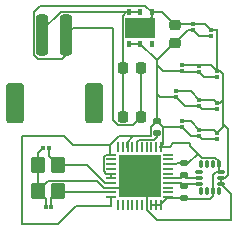
<source format=gbr>
%TF.GenerationSoftware,KiCad,Pcbnew,9.0.4*%
%TF.CreationDate,2025-09-06T18:01:58-07:00*%
%TF.ProjectId,Putting_Device,50757474-696e-4675-9f44-65766963652e,rev?*%
%TF.SameCoordinates,Original*%
%TF.FileFunction,Copper,L1,Top*%
%TF.FilePolarity,Positive*%
%FSLAX46Y46*%
G04 Gerber Fmt 4.6, Leading zero omitted, Abs format (unit mm)*
G04 Created by KiCad (PCBNEW 9.0.4) date 2025-09-06 18:01:58*
%MOMM*%
%LPD*%
G01*
G04 APERTURE LIST*
G04 Aperture macros list*
%AMRoundRect*
0 Rectangle with rounded corners*
0 $1 Rounding radius*
0 $2 $3 $4 $5 $6 $7 $8 $9 X,Y pos of 4 corners*
0 Add a 4 corners polygon primitive as box body*
4,1,4,$2,$3,$4,$5,$6,$7,$8,$9,$2,$3,0*
0 Add four circle primitives for the rounded corners*
1,1,$1+$1,$2,$3*
1,1,$1+$1,$4,$5*
1,1,$1+$1,$6,$7*
1,1,$1+$1,$8,$9*
0 Add four rect primitives between the rounded corners*
20,1,$1+$1,$2,$3,$4,$5,0*
20,1,$1+$1,$4,$5,$6,$7,0*
20,1,$1+$1,$6,$7,$8,$9,0*
20,1,$1+$1,$8,$9,$2,$3,0*%
G04 Aperture macros list end*
%TA.AperFunction,SMDPad,CuDef*%
%ADD10RoundRect,0.075000X0.125000X0.075000X-0.125000X0.075000X-0.125000X-0.075000X0.125000X-0.075000X0*%
%TD*%
%TA.AperFunction,SMDPad,CuDef*%
%ADD11RoundRect,0.075000X0.075000X-0.125000X0.075000X0.125000X-0.075000X0.125000X-0.075000X-0.125000X0*%
%TD*%
%TA.AperFunction,SMDPad,CuDef*%
%ADD12RoundRect,0.075000X-0.075000X0.125000X-0.075000X-0.125000X0.075000X-0.125000X0.075000X0.125000X0*%
%TD*%
%TA.AperFunction,SMDPad,CuDef*%
%ADD13RoundRect,0.075000X-0.125000X-0.075000X0.125000X-0.075000X0.125000X0.075000X-0.125000X0.075000X0*%
%TD*%
%TA.AperFunction,SMDPad,CuDef*%
%ADD14RoundRect,0.135000X0.185000X-0.135000X0.185000X0.135000X-0.185000X0.135000X-0.185000X-0.135000X0*%
%TD*%
%TA.AperFunction,SMDPad,CuDef*%
%ADD15RoundRect,0.087500X0.087500X-0.225000X0.087500X0.225000X-0.087500X0.225000X-0.087500X-0.225000X0*%
%TD*%
%TA.AperFunction,SMDPad,CuDef*%
%ADD16RoundRect,0.087500X0.225000X-0.087500X0.225000X0.087500X-0.225000X0.087500X-0.225000X-0.087500X0*%
%TD*%
%TA.AperFunction,SMDPad,CuDef*%
%ADD17RoundRect,0.225000X0.225000X0.250000X-0.225000X0.250000X-0.225000X-0.250000X0.225000X-0.250000X0*%
%TD*%
%TA.AperFunction,SMDPad,CuDef*%
%ADD18RoundRect,0.062500X0.350000X0.062500X-0.350000X0.062500X-0.350000X-0.062500X0.350000X-0.062500X0*%
%TD*%
%TA.AperFunction,SMDPad,CuDef*%
%ADD19RoundRect,0.062500X0.062500X0.350000X-0.062500X0.350000X-0.062500X-0.350000X0.062500X-0.350000X0*%
%TD*%
%TA.AperFunction,HeatsinkPad*%
%ADD20R,3.600000X3.600000*%
%TD*%
%TA.AperFunction,SMDPad,CuDef*%
%ADD21RoundRect,0.135000X-0.185000X0.135000X-0.185000X-0.135000X0.185000X-0.135000X0.185000X0.135000X0*%
%TD*%
%TA.AperFunction,SMDPad,CuDef*%
%ADD22RoundRect,0.225000X-0.250000X0.225000X-0.250000X-0.225000X0.250000X-0.225000X0.250000X0.225000X0*%
%TD*%
%TA.AperFunction,SMDPad,CuDef*%
%ADD23R,0.450000X0.630000*%
%TD*%
%TA.AperFunction,SMDPad,CuDef*%
%ADD24R,2.600000X1.700000*%
%TD*%
%TA.AperFunction,SMDPad,CuDef*%
%ADD25RoundRect,0.250000X-0.250000X-1.500000X0.250000X-1.500000X0.250000X1.500000X-0.250000X1.500000X0*%
%TD*%
%TA.AperFunction,SMDPad,CuDef*%
%ADD26RoundRect,0.250001X-0.499999X-1.449999X0.499999X-1.449999X0.499999X1.449999X-0.499999X1.449999X0*%
%TD*%
%TA.AperFunction,SMDPad,CuDef*%
%ADD27RoundRect,0.250000X0.350000X-0.450000X0.350000X0.450000X-0.350000X0.450000X-0.350000X-0.450000X0*%
%TD*%
%TA.AperFunction,Conductor*%
%ADD28C,0.200000*%
%TD*%
G04 APERTURE END LIST*
D10*
%TO.P,C2,2*%
%TO.N,GND*%
X130275000Y-73841310D03*
%TO.P,C2,1*%
%TO.N,Net-(U1-XC2)*%
X130775000Y-73841310D03*
%TD*%
D11*
%TO.P,C11,2*%
%TO.N,GND*%
X144800000Y-62366310D03*
%TO.P,C11,1*%
%TO.N,Net-(U1-DCC)*%
X144800000Y-62866310D03*
%TD*%
%TO.P,C16,2*%
%TO.N,GND*%
X144800000Y-67591310D03*
%TO.P,C16,1*%
%TO.N,Net-(U1-DCC)*%
X144800000Y-68091310D03*
%TD*%
%TO.P,C15,2*%
%TO.N,GND*%
X144300000Y-58866310D03*
%TO.P,C15,1*%
%TO.N,Net-(U1-DCC)*%
X144300000Y-59366310D03*
%TD*%
%TO.P,C14,2*%
%TO.N,GND*%
X142800000Y-58366310D03*
%TO.P,C14,1*%
%TO.N,Net-(U1-DCC)*%
X142800000Y-58866310D03*
%TD*%
%TO.P,C12,2*%
%TO.N,GND*%
X143250000Y-61916310D03*
%TO.P,C12,1*%
%TO.N,Net-(U1-DCC)*%
X143250000Y-62416310D03*
%TD*%
%TO.P,C7,2*%
%TO.N,GND*%
X141800000Y-66591310D03*
%TO.P,C7,1*%
%TO.N,Net-(U1-DCC)*%
X141800000Y-67091310D03*
%TD*%
D12*
%TO.P,C10,2*%
%TO.N,Net-(U1-DCC)*%
X141300000Y-64591310D03*
%TO.P,C10,1*%
%TO.N,GND*%
X141300000Y-64091310D03*
%TD*%
%TO.P,C6,2*%
%TO.N,Net-(U1-DCC)*%
X143300000Y-67841310D03*
%TO.P,C6,1*%
%TO.N,GND*%
X143300000Y-67341310D03*
%TD*%
D11*
%TO.P,C13,2*%
%TO.N,GND*%
X141800000Y-61866310D03*
%TO.P,C13,1*%
%TO.N,Net-(U1-DCC)*%
X141800000Y-62366310D03*
%TD*%
D13*
%TO.P,C1,2*%
%TO.N,Net-(U1-XC1)*%
X130550000Y-68841310D03*
%TO.P,C1,1*%
%TO.N,GND*%
X130050000Y-68841310D03*
%TD*%
D11*
%TO.P,C9,2*%
%TO.N,GND*%
X143300000Y-64841310D03*
%TO.P,C9,1*%
%TO.N,Net-(U1-DCC)*%
X143300000Y-65341310D03*
%TD*%
D12*
%TO.P,C8,2*%
%TO.N,Net-(U1-DCC)*%
X144800000Y-65591310D03*
%TO.P,C8,1*%
%TO.N,GND*%
X144800000Y-65091310D03*
%TD*%
D14*
%TO.P,R3,1*%
%TO.N,Net-(U1-DCC)*%
X142012500Y-73151310D03*
%TO.P,R3,2*%
%TO.N,Net-(U1-AIN2{slash}P0.04)*%
X142012500Y-72131310D03*
%TD*%
D15*
%TO.P,U2,1,SDO/SA0*%
%TO.N,unconnected-(U2-SDO{slash}SA0-Pad1)*%
X143450000Y-72553810D03*
%TO.P,U2,2,SDX*%
%TO.N,unconnected-(U2-SDX-Pad2)*%
X143950000Y-72553810D03*
%TO.P,U2,3,SCX*%
%TO.N,Net-(U1-DCC)*%
X144450000Y-72553810D03*
%TO.P,U2,4,INT1*%
%TO.N,unconnected-(U2-INT1-Pad4)*%
X144950000Y-72553810D03*
D16*
%TO.P,U2,5,VDDIO*%
%TO.N,GND*%
X145112500Y-71891310D03*
%TO.P,U2,6,GND*%
X145112500Y-71391310D03*
%TO.P,U2,7,GND*%
%TO.N,Net-(U1-DCC)*%
X145112500Y-70891310D03*
D15*
%TO.P,U2,8,VDD*%
X144950000Y-70228810D03*
%TO.P,U2,9,INT2*%
%TO.N,unconnected-(U2-INT2-Pad9)*%
X144450000Y-70228810D03*
%TO.P,U2,10,NC*%
%TO.N,unconnected-(U2-NC-Pad10)*%
X143950000Y-70228810D03*
%TO.P,U2,11,NC*%
%TO.N,unconnected-(U2-NC-Pad11)*%
X143450000Y-70228810D03*
D16*
%TO.P,U2,12,CS*%
%TO.N,N/C*%
X143287500Y-70891310D03*
%TO.P,U2,13,SCL*%
%TO.N,Net-(U1-AIN3{slash}P0.05)*%
X143287500Y-71391310D03*
%TO.P,U2,14,SDA*%
%TO.N,Net-(U1-AIN2{slash}P0.04)*%
X143287500Y-71891310D03*
%TD*%
D17*
%TO.P,C4,1*%
%TO.N,GND*%
X138375000Y-66241310D03*
%TO.P,C4,2*%
%TO.N,Net-(BT1-+)*%
X136825000Y-66241310D03*
%TD*%
D18*
%TO.P,U1,1,DEC1*%
%TO.N,Net-(U1-DCC)*%
X140675000Y-73041310D03*
%TO.P,U1,2,XL1/P0.00*%
%TO.N,unconnected-(U1-XL1{slash}P0.00-Pad2)*%
X140675000Y-72641310D03*
%TO.P,U1,3,XL2/P0.01*%
%TO.N,unconnected-(U1-XL2{slash}P0.01-Pad3)*%
X140675000Y-72241310D03*
%TO.P,U1,4,AIN2/P0.04*%
%TO.N,Net-(U1-AIN2{slash}P0.04)*%
X140675000Y-71841310D03*
%TO.P,U1,5,AIN3/P0.05*%
%TO.N,Net-(U1-AIN3{slash}P0.05)*%
X140675000Y-71441310D03*
%TO.P,U1,6,P0.06*%
%TO.N,unconnected-(U1-P0.06-Pad6)*%
X140675000Y-71041310D03*
%TO.P,U1,7,P0.07*%
%TO.N,unconnected-(U1-P0.07-Pad7)*%
X140675000Y-70641310D03*
%TO.P,U1,8,VDD*%
%TO.N,Net-(U1-DCC)*%
X140675000Y-70241310D03*
%TO.P,U1,9,VDDH*%
%TO.N,unconnected-(U1-VDDH-Pad9)*%
X140675000Y-69841310D03*
%TO.P,U1,10,VBUS*%
%TO.N,unconnected-(U1-VBUS-Pad10)*%
X140675000Y-69441310D03*
D19*
%TO.P,U1,11,DECUSB*%
%TO.N,Net-(U1-DCC)*%
X140037500Y-68803810D03*
%TO.P,U1,12,D-*%
%TO.N,unconnected-(U1-D--Pad12)*%
X139637500Y-68803810D03*
%TO.P,U1,13,D+*%
%TO.N,unconnected-(U1-D+-Pad13)*%
X139237500Y-68803810D03*
%TO.P,U1,14,P0.14*%
%TO.N,unconnected-(U1-P0.14-Pad14)*%
X138837500Y-68803810D03*
%TO.P,U1,15,P0.15*%
%TO.N,unconnected-(U1-P0.15-Pad15)*%
X138437500Y-68803810D03*
%TO.P,U1,16,P0.18/~{RESET}*%
%TO.N,Net-(U1-P0.18{slash}~{RESET})*%
X138037500Y-68803810D03*
%TO.P,U1,17,P0.20*%
%TO.N,unconnected-(U1-P0.20-Pad17)*%
X137637500Y-68803810D03*
%TO.P,U1,18,VDD*%
%TO.N,Net-(U1-DCC)*%
X137237500Y-68803810D03*
%TO.P,U1,19,SWDIO*%
%TO.N,unconnected-(U1-SWDIO-Pad19)*%
X136837500Y-68803810D03*
%TO.P,U1,20,SWDCLK*%
%TO.N,unconnected-(U1-SWDCLK-Pad20)*%
X136437500Y-68803810D03*
D18*
%TO.P,U1,21,DEC5*%
%TO.N,Net-(U1-DCC)*%
X135800000Y-69441310D03*
%TO.P,U1,22,P0.16*%
%TO.N,unconnected-(U1-P0.16-Pad22)*%
X135800000Y-69841310D03*
%TO.P,U1,23,P0.17*%
%TO.N,unconnected-(U1-P0.17-Pad23)*%
X135800000Y-70241310D03*
%TO.P,U1,24,ANT*%
%TO.N,unconnected-(U1-ANT-Pad24)*%
X135800000Y-70641310D03*
%TO.P,U1,25,VSS_PA*%
%TO.N,Net-(U1-DCC)*%
X135800000Y-71041310D03*
%TO.P,U1,26,DEC6*%
X135800000Y-71441310D03*
%TO.P,U1,27,DEC3*%
%TO.N,Net-(U1-XC1)*%
X135800000Y-71841310D03*
%TO.P,U1,28,XC1*%
%TO.N,GND*%
X135800000Y-72241310D03*
%TO.P,U1,29,XC2*%
%TO.N,Net-(U1-XC2)*%
X135800000Y-72641310D03*
%TO.P,U1,30,VDD*%
%TO.N,Net-(U1-DCC)*%
X135800000Y-73041310D03*
D19*
%TO.P,U1,31,P0.08*%
%TO.N,unconnected-(U1-P0.08-Pad31)*%
X136437500Y-73678810D03*
%TO.P,U1,32,P0.29*%
%TO.N,unconnected-(U1-P0.29-Pad32)*%
X136837500Y-73678810D03*
%TO.P,U1,33,P0.30*%
%TO.N,unconnected-(U1-P0.30-Pad33)*%
X137237500Y-73678810D03*
%TO.P,U1,34,P0.28*%
%TO.N,unconnected-(U1-P0.28-Pad34)*%
X137637500Y-73678810D03*
%TO.P,U1,35,AIN1/P0.03*%
%TO.N,unconnected-(U1-AIN1{slash}P0.03-Pad35)*%
X138037500Y-73678810D03*
%TO.P,U1,36,AIN0/P0.02*%
%TO.N,unconnected-(U1-AIN0{slash}P0.02-Pad36)*%
X138437500Y-73678810D03*
%TO.P,U1,37,VSS*%
%TO.N,GND*%
X138837500Y-73678810D03*
%TO.P,U1,38,DEC4*%
%TO.N,Net-(U1-DCC)*%
X139237500Y-73678810D03*
%TO.P,U1,39,DCC*%
X139637500Y-73678810D03*
%TO.P,U1,40,VDD*%
X140037500Y-73678810D03*
D20*
%TO.P,U1,41,VSS*%
%TO.N,GND*%
X138237500Y-71241310D03*
%TD*%
D17*
%TO.P,C3,1*%
%TO.N,GND*%
X138350000Y-62091310D03*
%TO.P,C3,2*%
%TO.N,Net-(BT1-+)*%
X136800000Y-62091310D03*
%TD*%
D21*
%TO.P,R2,1*%
%TO.N,Net-(U1-DCC)*%
X142012500Y-70181310D03*
%TO.P,R2,2*%
%TO.N,Net-(U1-AIN3{slash}P0.05)*%
X142012500Y-71201310D03*
%TD*%
D22*
%TO.P,C5,1*%
%TO.N,GND*%
X141200000Y-58466310D03*
%TO.P,C5,2*%
%TO.N,Net-(U1-DCC)*%
X141200000Y-60016310D03*
%TD*%
D14*
%TO.P,R1,1*%
%TO.N,Net-(U1-P0.18{slash}~{RESET})*%
X139700000Y-67601310D03*
%TO.P,R1,2*%
%TO.N,Net-(U1-DCC)*%
X139700000Y-66581310D03*
%TD*%
D23*
%TO.P,U3,1,GND*%
%TO.N,GND*%
X139250000Y-57376310D03*
%TO.P,U3,2,EN*%
%TO.N,Net-(BT1-+)*%
X138300000Y-57376310D03*
%TO.P,U3,3,Vin*%
X137350000Y-57376310D03*
%TO.P,U3,4,Vout*%
%TO.N,Net-(U1-DCC)*%
X137350000Y-60056310D03*
%TO.P,U3,5,Vsense*%
X138300000Y-60056310D03*
%TO.P,U3,6,NC*%
%TO.N,unconnected-(U3-NC-Pad6)*%
X139250000Y-60056310D03*
D24*
%TO.P,U3,7,GND*%
%TO.N,GND*%
X138300000Y-58716310D03*
%TD*%
D25*
%TO.P,BT1,1,+*%
%TO.N,Net-(BT1-+)*%
X130000000Y-59291310D03*
%TO.P,BT1,2,-*%
%TO.N,GND*%
X132000000Y-59291310D03*
D26*
%TO.P,BT1,MP*%
%TO.N,N/C*%
X127650000Y-65041310D03*
X134350000Y-65041310D03*
%TD*%
D27*
%TO.P,Y1,1,1*%
%TO.N,Net-(U1-XC2)*%
X131300000Y-72541310D03*
%TO.P,Y1,2,2*%
%TO.N,Net-(U1-XC1)*%
X131300000Y-70341310D03*
%TO.P,Y1,3,3*%
%TO.N,GND*%
X129600000Y-70341310D03*
%TO.P,Y1,4,4*%
X129600000Y-72541310D03*
%TD*%
D28*
%TO.N,Net-(U1-XC1)*%
X133800000Y-70341310D02*
X131300000Y-70341310D01*
X130550000Y-69591310D02*
X131300000Y-70341310D01*
X135800000Y-71841310D02*
X135300000Y-71841310D01*
X130550000Y-68841310D02*
X130550000Y-69591310D01*
X135300000Y-71841310D02*
X133800000Y-70341310D01*
%TO.N,GND*%
X135800000Y-72241310D02*
X135215122Y-72241310D01*
X144800000Y-65091310D02*
X145050000Y-65091310D01*
X139250000Y-57376310D02*
X140110000Y-57376310D01*
X144800000Y-67591310D02*
X144549000Y-67340310D01*
X144549000Y-64840310D02*
X143300000Y-64840310D01*
X129656262Y-61342310D02*
X129299000Y-60985048D01*
X132000000Y-59291310D02*
X132000000Y-61041310D01*
X136000000Y-66500000D02*
X136417310Y-66917310D01*
X145726000Y-71142158D02*
X145726000Y-67267310D01*
X141301000Y-58365310D02*
X143799000Y-58365310D01*
X146000000Y-75000000D02*
X146000000Y-72778810D01*
X132000000Y-59291310D02*
X132575000Y-58716310D01*
X142549000Y-66590310D02*
X141800000Y-66590310D01*
X134614122Y-71640310D02*
X130501000Y-71640310D01*
X129600000Y-72541310D02*
X129600000Y-70341310D01*
X139250000Y-57766310D02*
X138300000Y-58716310D01*
X136417310Y-66917310D02*
X137699000Y-66917310D01*
X138375000Y-66241310D02*
X138375000Y-61716310D01*
X129831000Y-56860310D02*
X138734000Y-56860310D01*
X129600000Y-70341310D02*
X129600000Y-69291310D01*
X138804601Y-71617310D02*
X138817101Y-71617310D01*
X144775000Y-58866310D02*
X144800000Y-58841310D01*
X145476848Y-71391310D02*
X145726000Y-71142158D01*
X135800000Y-72241310D02*
X137237500Y-72241310D01*
X138734000Y-56860310D02*
X139250000Y-57376310D01*
X143300000Y-64841310D02*
X142549000Y-64090310D01*
X129656262Y-61342310D02*
X131699000Y-61342310D01*
X129600000Y-69291310D02*
X130050000Y-68841310D01*
X139720513Y-75000000D02*
X146000000Y-75000000D01*
X142549000Y-64090310D02*
X141300000Y-64090310D01*
X144800000Y-65091310D02*
X144549000Y-64840310D01*
X144549000Y-67340310D02*
X143300000Y-67340310D01*
X131699000Y-61342310D02*
X132000000Y-61041310D01*
X137237500Y-72241310D02*
X138237500Y-71241310D01*
X135975000Y-58716310D02*
X136000000Y-58691310D01*
X132575000Y-58716310D02*
X135975000Y-58716310D01*
X129299000Y-60985048D02*
X129299000Y-57392310D01*
X145300000Y-66841310D02*
X145300000Y-67091310D01*
X145300000Y-64841310D02*
X145300000Y-66841310D01*
X145726000Y-67267310D02*
X145300000Y-66841310D01*
X130275000Y-73216310D02*
X129600000Y-72541310D01*
X145112500Y-71391310D02*
X145476848Y-71391310D01*
X145300000Y-67091310D02*
X144800000Y-67591310D01*
X138837500Y-74116987D02*
X139720513Y-75000000D01*
X136000000Y-58691310D02*
X136000000Y-66500000D01*
X143300000Y-67341310D02*
X142549000Y-66590310D01*
X141200000Y-58466310D02*
X141301000Y-58365310D01*
X144300000Y-61866310D02*
X144800000Y-62366310D01*
X145033824Y-62366310D02*
X144800000Y-62366310D01*
X144300000Y-58866310D02*
X144775000Y-58866310D01*
X141800000Y-61866310D02*
X144300000Y-61866310D01*
X138861500Y-71915310D02*
X138861500Y-74017309D01*
X139250000Y-57376310D02*
X139250000Y-57766310D01*
X138187500Y-71241310D02*
X138861500Y-71915310D01*
X140110000Y-57376310D02*
X141200000Y-58466310D01*
X130275000Y-73841310D02*
X130275000Y-73216310D01*
X137699000Y-66917310D02*
X138375000Y-66241310D01*
X138837500Y-73678810D02*
X138837500Y-74116987D01*
X145300000Y-62632486D02*
X145033824Y-62366310D01*
X130501000Y-71640310D02*
X129600000Y-72541310D01*
X146000000Y-72778810D02*
X145112500Y-71891310D01*
X135215122Y-72241310D02*
X134614122Y-71640310D01*
X145112500Y-71891310D02*
X145112500Y-71391310D01*
X145050000Y-65091310D02*
X145300000Y-64841310D01*
X144800000Y-58841310D02*
X144800000Y-62366310D01*
X145300000Y-64841310D02*
X145300000Y-62632486D01*
X129299000Y-57392310D02*
X129831000Y-56860310D01*
X143799000Y-58365310D02*
X144300000Y-58866310D01*
%TO.N,Net-(U1-DCC)*%
X144800000Y-68091310D02*
X143550000Y-68091310D01*
X143701000Y-62867310D02*
X144800000Y-62867310D01*
X138315000Y-60056310D02*
X138300000Y-60056310D01*
X144950000Y-70728810D02*
X145112500Y-70891310D01*
X141851000Y-62417310D02*
X143250000Y-62417310D01*
X143142345Y-69357655D02*
X143500000Y-69715310D01*
X139700000Y-66581310D02*
X139700000Y-64341310D01*
X132613122Y-68654432D02*
X131800000Y-67841310D01*
X143500000Y-69715310D02*
X144659426Y-69715310D01*
X137350000Y-60056310D02*
X138300000Y-60056310D01*
X135800000Y-71441310D02*
X135800000Y-71041310D01*
X143300000Y-67841310D02*
X142550000Y-67841310D01*
X139700000Y-66581310D02*
X140221000Y-67102310D01*
X135750000Y-68654432D02*
X136515122Y-67889310D01*
X139700000Y-61441310D02*
X138315000Y-60056310D01*
X143550000Y-68091310D02*
X143300000Y-67841310D01*
X140232000Y-67091310D02*
X140221000Y-67102310D01*
X128300000Y-75341310D02*
X131300000Y-75341310D01*
X132813122Y-73828188D02*
X135800000Y-73828188D01*
X142318690Y-70181310D02*
X143142345Y-69357655D01*
X135800000Y-73041310D02*
X135800000Y-73828188D01*
X141379501Y-70181310D02*
X141319501Y-70241310D01*
X137187500Y-68416932D02*
X137715122Y-67889310D01*
X141078188Y-68500000D02*
X142500000Y-68500000D01*
X141125000Y-60016310D02*
X141200000Y-60016310D01*
X135750000Y-68654432D02*
X132613122Y-68654432D01*
X144450000Y-72918158D02*
X144450000Y-72553810D01*
X136515122Y-67889310D02*
X137715122Y-67889310D01*
X137187500Y-68416932D02*
X137187500Y-68803810D01*
X141319501Y-70241310D02*
X140675000Y-70241310D01*
X139700000Y-61441310D02*
X141125000Y-60016310D01*
X135186500Y-69642311D02*
X135387501Y-69441310D01*
X139700000Y-64341310D02*
X139700000Y-61841310D01*
X141800000Y-62366310D02*
X141851000Y-62417310D01*
X131300000Y-75341310D02*
X132813122Y-73828188D01*
X142550000Y-67841310D02*
X141800000Y-67091310D01*
X142028500Y-73167310D02*
X144200848Y-73167310D01*
X140735000Y-73151310D02*
X140625000Y-73041310D01*
X142800000Y-58866310D02*
X143301000Y-59367310D01*
X142012500Y-70181310D02*
X142318690Y-70181310D01*
X141300000Y-64591310D02*
X142051000Y-65342310D01*
X139700000Y-61841310D02*
X139700000Y-61441310D01*
X140625000Y-73041310D02*
X139987500Y-73678810D01*
X139987500Y-73678810D02*
X139187500Y-73678810D01*
X140221000Y-68570310D02*
X139987500Y-68803810D01*
X135387501Y-69441310D02*
X135800000Y-69441310D01*
X139179000Y-67102310D02*
X139700000Y-66581310D01*
X135750000Y-69441310D02*
X135750000Y-68654432D01*
X144450000Y-71189462D02*
X144748152Y-70891310D01*
X139179000Y-67879228D02*
X139179000Y-67102310D01*
X140774378Y-68803810D02*
X141078188Y-68500000D01*
X135186500Y-70840309D02*
X135186500Y-69642311D01*
X142012500Y-73151310D02*
X142028500Y-73167310D01*
X144200848Y-73167310D02*
X144450000Y-72918158D01*
X139951000Y-64592310D02*
X141300000Y-64592310D01*
X144748152Y-70891310D02*
X145112500Y-70891310D01*
X142012500Y-73151310D02*
X140735000Y-73151310D01*
X131800000Y-67841310D02*
X128300000Y-67841310D01*
X141379501Y-70181310D02*
X142012500Y-70181310D01*
X141200000Y-60016310D02*
X142350000Y-58866310D01*
X135387501Y-71041310D02*
X135186500Y-70840309D01*
X139700000Y-64341310D02*
X139951000Y-64592310D01*
X142350000Y-58866310D02*
X142800000Y-58866310D01*
X144950000Y-70005884D02*
X144950000Y-70228810D01*
X142500000Y-68500000D02*
X142500000Y-68715310D01*
X135800000Y-71041310D02*
X135387501Y-71041310D01*
X139189082Y-67889310D02*
X139179000Y-67879228D01*
X139987500Y-68803810D02*
X140774378Y-68803810D01*
X141800000Y-67091310D02*
X140232000Y-67091310D01*
X144659426Y-69715310D02*
X144950000Y-70005884D01*
X137715122Y-67889310D02*
X139189082Y-67889310D01*
X144450000Y-72553810D02*
X144450000Y-71189462D01*
X139700000Y-61841310D02*
X140226000Y-62367310D01*
X143250000Y-62416310D02*
X143701000Y-62867310D01*
X140221000Y-67102310D02*
X140221000Y-68570310D01*
X144950000Y-70228810D02*
X144950000Y-70728810D01*
X142051000Y-65342310D02*
X143300000Y-65342310D01*
X143550000Y-65591310D02*
X144800000Y-65591310D01*
X128300000Y-67841310D02*
X128300000Y-75341310D01*
X143301000Y-59367310D02*
X144300000Y-59367310D01*
X142500000Y-68715310D02*
X143142345Y-69357655D01*
X143300000Y-65341310D02*
X143550000Y-65591310D01*
X140226000Y-62367310D02*
X141800000Y-62367310D01*
%TO.N,Net-(U1-AIN3{slash}P0.05)*%
X142012500Y-71201310D02*
X141772500Y-71441310D01*
X142202500Y-71391310D02*
X142012500Y-71201310D01*
X141772500Y-71441310D02*
X140625000Y-71441310D01*
X143287500Y-71391310D02*
X142202500Y-71391310D01*
%TO.N,Net-(U1-P0.18{slash}~{RESET})*%
X139700000Y-67990310D02*
X139700000Y-67601310D01*
X138188501Y-68190310D02*
X139500000Y-68190310D01*
X137987500Y-68391311D02*
X138188501Y-68190310D01*
X139500000Y-68190310D02*
X139700000Y-67990310D01*
X137987500Y-68803810D02*
X137987500Y-68391311D01*
%TO.N,Net-(U1-AIN2{slash}P0.04)*%
X142252500Y-71891310D02*
X142012500Y-72131310D01*
X143287500Y-71891310D02*
X142252500Y-71891310D01*
X141722500Y-71841310D02*
X140625000Y-71841310D01*
X142012500Y-72131310D02*
X141722500Y-71841310D01*
%TO.N,Net-(U1-XC2)*%
X131300000Y-72541310D02*
X131400000Y-72641310D01*
X130775000Y-73841310D02*
X130775000Y-73066310D01*
X130775000Y-73066310D02*
X131300000Y-72541310D01*
X131400000Y-72641310D02*
X135750000Y-72641310D01*
%TO.N,Net-(BT1-+)*%
X130000000Y-58896572D02*
X131556262Y-57340310D01*
X136800000Y-57664310D02*
X137088000Y-57376310D01*
X136825000Y-62116310D02*
X136800000Y-62091310D01*
X136825000Y-66241310D02*
X136825000Y-62116310D01*
X136800000Y-62091310D02*
X136800000Y-57664310D01*
X130000000Y-59291310D02*
X130000000Y-58896572D01*
X131556262Y-57340310D02*
X137052000Y-57340310D01*
X137052000Y-57340310D02*
X137088000Y-57376310D01*
X138300000Y-57376310D02*
X137350000Y-57376310D01*
X137088000Y-57376310D02*
X137350000Y-57376310D01*
%TD*%
M02*

</source>
